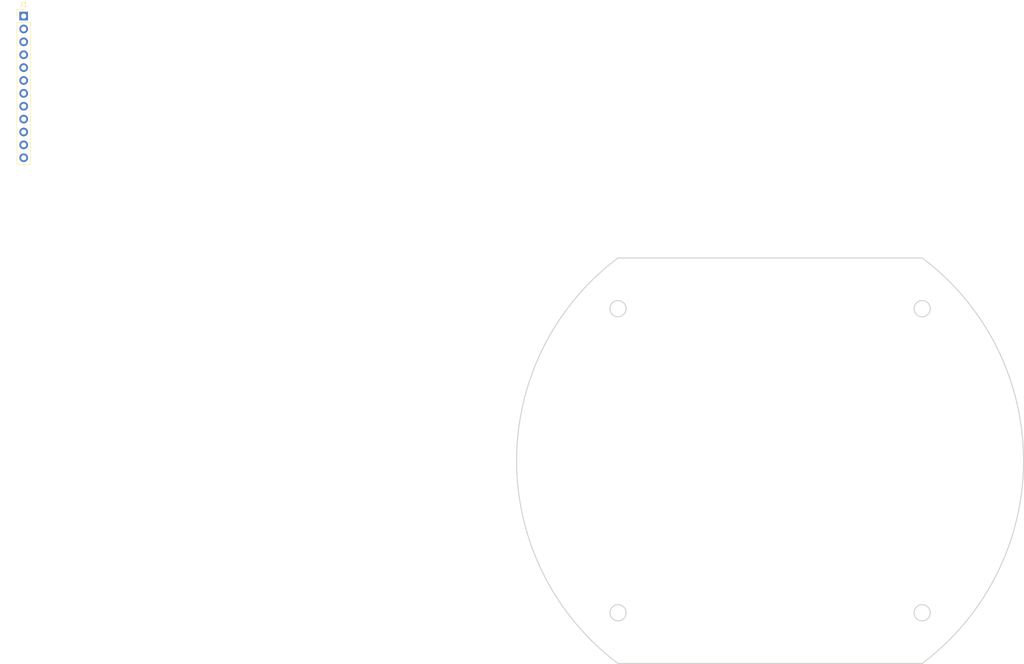
<source format=kicad_pcb>
(kicad_pcb (version 20171130) (host pcbnew "(5.1.4-0-10_14)")

  (general
    (thickness 1.6)
    (drawings 8)
    (tracks 0)
    (zones 0)
    (modules 1)
    (nets 13)
  )

  (page A4)
  (layers
    (0 F.Cu signal)
    (31 B.Cu signal)
    (32 B.Adhes user)
    (33 F.Adhes user)
    (34 B.Paste user)
    (35 F.Paste user)
    (36 B.SilkS user)
    (37 F.SilkS user)
    (38 B.Mask user)
    (39 F.Mask user)
    (40 Dwgs.User user)
    (41 Cmts.User user)
    (42 Eco1.User user)
    (43 Eco2.User user)
    (44 Edge.Cuts user)
    (45 Margin user)
    (46 B.CrtYd user)
    (47 F.CrtYd user)
    (48 B.Fab user)
    (49 F.Fab user)
  )

  (setup
    (last_trace_width 0.25)
    (user_trace_width 0.15)
    (user_trace_width 0.2)
    (user_trace_width 0.25)
    (user_trace_width 0.4)
    (user_trace_width 0.5)
    (user_trace_width 0.6)
    (user_trace_width 1)
    (user_trace_width 2)
    (trace_clearance 0.2)
    (zone_clearance 0.508)
    (zone_45_only no)
    (trace_min 0.15)
    (via_size 0.4)
    (via_drill 0.2)
    (via_min_size 0.4)
    (via_min_drill 0.2)
    (uvia_size 0.3)
    (uvia_drill 0.1)
    (uvias_allowed no)
    (uvia_min_size 0.2)
    (uvia_min_drill 0.1)
    (edge_width 0.15)
    (segment_width 0.15)
    (pcb_text_width 0.3)
    (pcb_text_size 1.5 1.5)
    (mod_edge_width 0.15)
    (mod_text_size 0.6 0.6)
    (mod_text_width 0.09)
    (pad_size 1.524 1.524)
    (pad_drill 0.762)
    (pad_to_mask_clearance 0.1)
    (aux_axis_origin 0 0)
    (visible_elements 7FFFFFFF)
    (pcbplotparams
      (layerselection 0x010fc_ffffffff)
      (usegerberextensions false)
      (usegerberattributes false)
      (usegerberadvancedattributes false)
      (creategerberjobfile false)
      (excludeedgelayer true)
      (linewidth 0.100000)
      (plotframeref false)
      (viasonmask false)
      (mode 1)
      (useauxorigin false)
      (hpglpennumber 1)
      (hpglpenspeed 20)
      (hpglpendiameter 15.000000)
      (psnegative false)
      (psa4output false)
      (plotreference true)
      (plotvalue true)
      (plotinvisibletext false)
      (padsonsilk false)
      (subtractmaskfromsilk false)
      (outputformat 1)
      (mirror false)
      (drillshape 1)
      (scaleselection 1)
      (outputdirectory ""))
  )

  (net 0 "")
  (net 1 +5V)
  (net 2 GND)
  (net 3 "Net-(J1-Pad11)")
  (net 4 "Net-(J1-Pad10)")
  (net 5 "Net-(J1-Pad9)")
  (net 6 "Net-(J1-Pad8)")
  (net 7 "Net-(J1-Pad7)")
  (net 8 "Net-(J1-Pad6)")
  (net 9 SwRR)
  (net 10 SwRL)
  (net 11 SwFR)
  (net 12 SwFL)

  (net_class Default "This is the default net class."
    (clearance 0.2)
    (trace_width 0.25)
    (via_dia 0.4)
    (via_drill 0.2)
    (uvia_dia 0.3)
    (uvia_drill 0.1)
    (add_net GND)
    (add_net "Net-(J1-Pad10)")
    (add_net "Net-(J1-Pad11)")
    (add_net "Net-(J1-Pad6)")
    (add_net "Net-(J1-Pad7)")
    (add_net "Net-(J1-Pad8)")
    (add_net "Net-(J1-Pad9)")
    (add_net SwFL)
    (add_net SwFR)
    (add_net SwRL)
    (add_net SwRR)
  )

  (net_class "Big Power" ""
    (clearance 0.3)
    (trace_width 0.6)
    (via_dia 0.5)
    (via_drill 0.2)
    (uvia_dia 0.3)
    (uvia_drill 0.1)
  )

  (net_class Power ""
    (clearance 0.3)
    (trace_width 0.4)
    (via_dia 0.5)
    (via_drill 0.2)
    (uvia_dia 0.3)
    (uvia_drill 0.1)
    (add_net +5V)
  )

  (module Connector_PinHeader_2.54mm:PinHeader_1x12_P2.54mm_Vertical (layer F.Cu) (tedit 59FED5CC) (tstamp 5DADAD25)
    (at 1.825001 1.825001)
    (descr "Through hole straight pin header, 1x12, 2.54mm pitch, single row")
    (tags "Through hole pin header THT 1x12 2.54mm single row")
    (path /5DA7A600)
    (fp_text reference J1 (at 0 -2.33) (layer F.SilkS)
      (effects (font (size 1 1) (thickness 0.15)))
    )
    (fp_text value Conn_01x12 (at 0 30.27) (layer F.Fab)
      (effects (font (size 1 1) (thickness 0.15)))
    )
    (fp_text user %R (at 0 13.97 90) (layer F.Fab)
      (effects (font (size 1 1) (thickness 0.15)))
    )
    (fp_line (start 1.8 -1.8) (end -1.8 -1.8) (layer F.CrtYd) (width 0.05))
    (fp_line (start 1.8 29.75) (end 1.8 -1.8) (layer F.CrtYd) (width 0.05))
    (fp_line (start -1.8 29.75) (end 1.8 29.75) (layer F.CrtYd) (width 0.05))
    (fp_line (start -1.8 -1.8) (end -1.8 29.75) (layer F.CrtYd) (width 0.05))
    (fp_line (start -1.33 -1.33) (end 0 -1.33) (layer F.SilkS) (width 0.12))
    (fp_line (start -1.33 0) (end -1.33 -1.33) (layer F.SilkS) (width 0.12))
    (fp_line (start -1.33 1.27) (end 1.33 1.27) (layer F.SilkS) (width 0.12))
    (fp_line (start 1.33 1.27) (end 1.33 29.27) (layer F.SilkS) (width 0.12))
    (fp_line (start -1.33 1.27) (end -1.33 29.27) (layer F.SilkS) (width 0.12))
    (fp_line (start -1.33 29.27) (end 1.33 29.27) (layer F.SilkS) (width 0.12))
    (fp_line (start -1.27 -0.635) (end -0.635 -1.27) (layer F.Fab) (width 0.1))
    (fp_line (start -1.27 29.21) (end -1.27 -0.635) (layer F.Fab) (width 0.1))
    (fp_line (start 1.27 29.21) (end -1.27 29.21) (layer F.Fab) (width 0.1))
    (fp_line (start 1.27 -1.27) (end 1.27 29.21) (layer F.Fab) (width 0.1))
    (fp_line (start -0.635 -1.27) (end 1.27 -1.27) (layer F.Fab) (width 0.1))
    (pad 12 thru_hole oval (at 0 27.94) (size 1.7 1.7) (drill 1) (layers *.Cu *.Mask)
      (net 2 GND))
    (pad 11 thru_hole oval (at 0 25.4) (size 1.7 1.7) (drill 1) (layers *.Cu *.Mask)
      (net 3 "Net-(J1-Pad11)"))
    (pad 10 thru_hole oval (at 0 22.86) (size 1.7 1.7) (drill 1) (layers *.Cu *.Mask)
      (net 4 "Net-(J1-Pad10)"))
    (pad 9 thru_hole oval (at 0 20.32) (size 1.7 1.7) (drill 1) (layers *.Cu *.Mask)
      (net 5 "Net-(J1-Pad9)"))
    (pad 8 thru_hole oval (at 0 17.78) (size 1.7 1.7) (drill 1) (layers *.Cu *.Mask)
      (net 6 "Net-(J1-Pad8)"))
    (pad 7 thru_hole oval (at 0 15.24) (size 1.7 1.7) (drill 1) (layers *.Cu *.Mask)
      (net 7 "Net-(J1-Pad7)"))
    (pad 6 thru_hole oval (at 0 12.7) (size 1.7 1.7) (drill 1) (layers *.Cu *.Mask)
      (net 8 "Net-(J1-Pad6)"))
    (pad 5 thru_hole oval (at 0 10.16) (size 1.7 1.7) (drill 1) (layers *.Cu *.Mask)
      (net 9 SwRR))
    (pad 4 thru_hole oval (at 0 7.62) (size 1.7 1.7) (drill 1) (layers *.Cu *.Mask)
      (net 10 SwRL))
    (pad 3 thru_hole oval (at 0 5.08) (size 1.7 1.7) (drill 1) (layers *.Cu *.Mask)
      (net 11 SwFR))
    (pad 2 thru_hole oval (at 0 2.54) (size 1.7 1.7) (drill 1) (layers *.Cu *.Mask)
      (net 12 SwFL))
    (pad 1 thru_hole rect (at 0 0) (size 1.7 1.7) (drill 1) (layers *.Cu *.Mask)
      (net 1 +5V))
    (model ${KISYS3DMOD}/Connector_PinHeader_2.54mm.3dshapes/PinHeader_1x12_P2.54mm_Vertical.wrl
      (at (xyz 0 0 0))
      (scale (xyz 1 1 1))
      (rotate (xyz 0 0 0))
    )
  )

  (gr_arc (start 149.07 89.53) (end 179.07 129.53) (angle -106.2602047) (layer Edge.Cuts) (width 0.2))
  (gr_circle (center 119.070001 59.53) (end 120.670001 59.53) (layer Edge.Cuts) (width 0.2))
  (gr_circle (center 179.070001 119.53) (end 180.670001 119.53) (layer Edge.Cuts) (width 0.2))
  (gr_circle (center 119.070001 119.53) (end 120.670001 119.53) (layer Edge.Cuts) (width 0.2))
  (gr_circle (center 179.070001 59.53) (end 180.670001 59.53) (layer Edge.Cuts) (width 0.2))
  (gr_line (start 119.070001 129.53) (end 179.07 129.53) (layer Edge.Cuts) (width 0.2))
  (gr_arc (start 149.070001 89.53) (end 119.070001 49.53) (angle -106.2602047) (layer Edge.Cuts) (width 0.2))
  (gr_line (start 179.07 49.53) (end 119.070001 49.53) (layer Edge.Cuts) (width 0.2))

)

</source>
